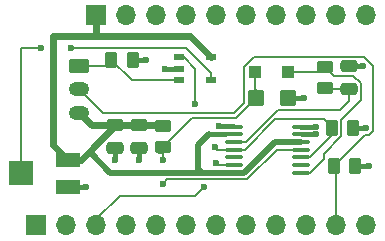
<source format=gbr>
%TF.GenerationSoftware,KiCad,Pcbnew,9.0.0*%
%TF.CreationDate,2025-04-10T19:53:04-06:00*%
%TF.ProjectId,WakeCircuit,57616b65-4369-4726-9375-69742e6b6963,rev?*%
%TF.SameCoordinates,Original*%
%TF.FileFunction,Copper,L1,Top*%
%TF.FilePolarity,Positive*%
%FSLAX46Y46*%
G04 Gerber Fmt 4.6, Leading zero omitted, Abs format (unit mm)*
G04 Created by KiCad (PCBNEW 9.0.0) date 2025-04-10 19:53:04*
%MOMM*%
%LPD*%
G01*
G04 APERTURE LIST*
G04 Aperture macros list*
%AMRoundRect*
0 Rectangle with rounded corners*
0 $1 Rounding radius*
0 $2 $3 $4 $5 $6 $7 $8 $9 X,Y pos of 4 corners*
0 Add a 4 corners polygon primitive as box body*
4,1,4,$2,$3,$4,$5,$6,$7,$8,$9,$2,$3,0*
0 Add four circle primitives for the rounded corners*
1,1,$1+$1,$2,$3*
1,1,$1+$1,$4,$5*
1,1,$1+$1,$6,$7*
1,1,$1+$1,$8,$9*
0 Add four rect primitives between the rounded corners*
20,1,$1+$1,$2,$3,$4,$5,0*
20,1,$1+$1,$4,$5,$6,$7,0*
20,1,$1+$1,$6,$7,$8,$9,0*
20,1,$1+$1,$8,$9,$2,$3,0*%
G04 Aperture macros list end*
%TA.AperFunction,SMDPad,CuDef*%
%ADD10R,2.000000X1.300000*%
%TD*%
%TA.AperFunction,SMDPad,CuDef*%
%ADD11R,2.000000X2.000000*%
%TD*%
%TA.AperFunction,SMDPad,CuDef*%
%ADD12RoundRect,0.250000X-0.450000X-0.425000X0.450000X-0.425000X0.450000X0.425000X-0.450000X0.425000X0*%
%TD*%
%TA.AperFunction,SMDPad,CuDef*%
%ADD13RoundRect,0.250000X-0.475000X0.250000X-0.475000X-0.250000X0.475000X-0.250000X0.475000X0.250000X0*%
%TD*%
%TA.AperFunction,SMDPad,CuDef*%
%ADD14RoundRect,0.250000X0.450000X-0.262500X0.450000X0.262500X-0.450000X0.262500X-0.450000X-0.262500X0*%
%TD*%
%TA.AperFunction,SMDPad,CuDef*%
%ADD15RoundRect,0.250000X0.300000X0.300000X-0.300000X0.300000X-0.300000X-0.300000X0.300000X-0.300000X0*%
%TD*%
%TA.AperFunction,SMDPad,CuDef*%
%ADD16RoundRect,0.250000X0.262500X0.450000X-0.262500X0.450000X-0.262500X-0.450000X0.262500X-0.450000X0*%
%TD*%
%TA.AperFunction,SMDPad,CuDef*%
%ADD17RoundRect,0.250000X0.475000X-0.250000X0.475000X0.250000X-0.475000X0.250000X-0.475000X-0.250000X0*%
%TD*%
%TA.AperFunction,SMDPad,CuDef*%
%ADD18RoundRect,0.250000X-0.262500X-0.450000X0.262500X-0.450000X0.262500X0.450000X-0.262500X0.450000X0*%
%TD*%
%TA.AperFunction,SMDPad,CuDef*%
%ADD19RoundRect,0.100000X0.637500X0.100000X-0.637500X0.100000X-0.637500X-0.100000X0.637500X-0.100000X0*%
%TD*%
%TA.AperFunction,ComponentPad*%
%ADD20R,1.700000X1.700000*%
%TD*%
%TA.AperFunction,ComponentPad*%
%ADD21O,1.700000X1.700000*%
%TD*%
%TA.AperFunction,SMDPad,CuDef*%
%ADD22R,0.972299X0.508000*%
%TD*%
%TA.AperFunction,ComponentPad*%
%ADD23RoundRect,0.250000X-0.625000X0.350000X-0.625000X-0.350000X0.625000X-0.350000X0.625000X0.350000X0*%
%TD*%
%TA.AperFunction,ComponentPad*%
%ADD24O,1.750000X1.200000*%
%TD*%
%TA.AperFunction,ViaPad*%
%ADD25C,0.600000*%
%TD*%
%TA.AperFunction,Conductor*%
%ADD26C,0.200000*%
%TD*%
%TA.AperFunction,Conductor*%
%ADD27C,0.400000*%
%TD*%
%TA.AperFunction,Conductor*%
%ADD28C,0.600000*%
%TD*%
%TA.AperFunction,Conductor*%
%ADD29C,0.500000*%
%TD*%
G04 APERTURE END LIST*
D10*
%TO.P,RV1,1,1*%
%TO.N,+3V3*%
X97266702Y-110708604D03*
D11*
%TO.P,RV1,2,2*%
%TO.N,Net-(U1-IN-)*%
X93266702Y-111858604D03*
D10*
%TO.P,RV1,3,3*%
%TO.N,GND*%
X97266702Y-113008604D03*
%TD*%
D12*
%TO.P,C2,1*%
%TO.N,Net-(D1-A)*%
X113150000Y-105500000D03*
%TO.P,C2,2*%
%TO.N,GND*%
X115850000Y-105500000D03*
%TD*%
D13*
%TO.P,C3,1*%
%TO.N,+3V3*%
X103250000Y-107800000D03*
%TO.P,C3,2*%
%TO.N,GND*%
X103250000Y-109700000D03*
%TD*%
D14*
%TO.P,R2,1*%
%TO.N,Net-(D1-A)*%
X105250000Y-109662500D03*
%TO.P,R2,2*%
%TO.N,+3V3*%
X105250000Y-107837500D03*
%TD*%
D15*
%TO.P,D1,1,K*%
%TO.N,Net-(D1-K)*%
X115900000Y-103250000D03*
%TO.P,D1,2,A*%
%TO.N,Net-(D1-A)*%
X113100000Y-103250000D03*
%TD*%
D16*
%TO.P,R1,1*%
%TO.N,GND*%
X102750000Y-102250000D03*
%TO.P,R1,2*%
%TO.N,LDR_SIG*%
X100925000Y-102250000D03*
%TD*%
D17*
%TO.P,C4,1*%
%TO.N,GND*%
X101250000Y-109700000D03*
%TO.P,C4,2*%
%TO.N,+3V3*%
X101250000Y-107800000D03*
%TD*%
D18*
%TO.P,R5,1*%
%TO.N,GPIO_1*%
X119750000Y-111250000D03*
%TO.P,R5,2*%
%TO.N,GND*%
X121575000Y-111250000D03*
%TD*%
D19*
%TO.P,U3,1,Q*%
%TO.N,Net-(D1-K)*%
X117000000Y-111800000D03*
%TO.P,U3,2,~{Q}*%
%TO.N,unconnected-(U3A-~{Q}-Pad2)*%
X117000000Y-111150000D03*
%TO.P,U3,3,C*%
%TO.N,Net-(U1-OUT)*%
X117000000Y-110500000D03*
%TO.P,U3,4,R*%
%TO.N,Net-(D1-A)*%
X117000000Y-109850000D03*
%TO.P,U3,5,D*%
%TO.N,+3V3*%
X117000000Y-109200000D03*
%TO.P,U3,6,S*%
%TO.N,GND*%
X117000000Y-108550000D03*
%TO.P,U3,7,VSS*%
X117000000Y-107900000D03*
%TO.P,U3,8,S*%
X111275000Y-107900000D03*
%TO.P,U3,9,D*%
%TO.N,+3V3*%
X111275000Y-108550000D03*
%TO.P,U3,10,R*%
%TO.N,Net-(U3B-R)*%
X111275000Y-109200000D03*
%TO.P,U3,11,C*%
%TO.N,Net-(U1-OUT)*%
X111275000Y-109850000D03*
%TO.P,U3,12,~{Q}*%
%TO.N,unconnected-(U3B-~{Q}-Pad12)*%
X111275000Y-110500000D03*
%TO.P,U3,13,Q*%
%TO.N,GPIO_5*%
X111275000Y-111150000D03*
%TO.P,U3,14,VDD*%
%TO.N,+3V3*%
X111275000Y-111800000D03*
%TD*%
D20*
%TO.P,J2,1,Pin_1*%
%TO.N,+3V3*%
X99600000Y-98475000D03*
D21*
%TO.P,J2,2,Pin_2*%
%TO.N,unconnected-(J2-Pin_2-Pad2)*%
X102140000Y-98475000D03*
%TO.P,J2,3,Pin_3*%
%TO.N,unconnected-(J2-Pin_3-Pad3)*%
X104680000Y-98475000D03*
%TO.P,J2,4,Pin_4*%
%TO.N,unconnected-(J2-Pin_4-Pad4)*%
X107220000Y-98475000D03*
%TO.P,J2,5,Pin_5*%
%TO.N,unconnected-(J2-Pin_5-Pad5)*%
X109760000Y-98475000D03*
%TO.P,J2,6,Pin_6*%
%TO.N,GND*%
X112300000Y-98475000D03*
%TO.P,J2,7,Pin_7*%
%TO.N,unconnected-(J2-Pin_7-Pad7)*%
X114840000Y-98475000D03*
%TO.P,J2,8,Pin_8*%
%TO.N,unconnected-(J2-Pin_8-Pad8)*%
X117380000Y-98475000D03*
%TO.P,J2,9,Pin_9*%
%TO.N,unconnected-(J2-Pin_9-Pad9)*%
X119920000Y-98475000D03*
%TO.P,J2,10,Pin_10*%
%TO.N,GND*%
X122460000Y-98475000D03*
%TD*%
D14*
%TO.P,R4,1*%
%TO.N,Net-(U3B-R)*%
X119000000Y-104662500D03*
%TO.P,R4,2*%
%TO.N,Net-(D1-K)*%
X119000000Y-102837500D03*
%TD*%
D20*
%TO.P,J1,1,Pin_1*%
%TO.N,GND*%
X94550000Y-116250000D03*
D21*
%TO.P,J1,2,Pin_2*%
%TO.N,unconnected-(J1-Pin_2-Pad2)*%
X97090000Y-116250000D03*
%TO.P,J1,3,Pin_3*%
%TO.N,GPIO_5*%
X99630000Y-116250000D03*
%TO.P,J1,4,Pin_4*%
%TO.N,unconnected-(J1-Pin_4-Pad4)*%
X102170000Y-116250000D03*
%TO.P,J1,5,Pin_5*%
%TO.N,unconnected-(J1-Pin_5-Pad5)*%
X104710000Y-116250000D03*
%TO.P,J1,6,Pin_6*%
%TO.N,unconnected-(J1-Pin_6-Pad6)*%
X107250000Y-116250000D03*
%TO.P,J1,7,Pin_7*%
%TO.N,unconnected-(J1-Pin_7-Pad7)*%
X109790000Y-116250000D03*
%TO.P,J1,8,Pin_8*%
%TO.N,unconnected-(J1-Pin_8-Pad8)*%
X112330000Y-116250000D03*
%TO.P,J1,9,Pin_9*%
%TO.N,GND*%
X114870000Y-116250000D03*
%TO.P,J1,10,Pin_10*%
%TO.N,unconnected-(J1-Pin_10-Pad10)*%
X117410000Y-116250000D03*
%TO.P,J1,11,Pin_11*%
%TO.N,GPIO_1*%
X119950000Y-116250000D03*
%TO.P,J1,12,Pin_12*%
%TO.N,unconnected-(J1-Pin_12-Pad12)*%
X122490000Y-116250000D03*
%TD*%
D22*
%TO.P,U1,1,OUT*%
%TO.N,Net-(U1-OUT)*%
X106637549Y-102050040D03*
%TO.P,U1,2,VEE*%
%TO.N,GND*%
X106637549Y-103000000D03*
%TO.P,U1,3,IN+*%
%TO.N,LDR_SIG*%
X106637549Y-103949960D03*
%TO.P,U1,4,IN-*%
%TO.N,Net-(U1-IN-)*%
X109362451Y-103949960D03*
%TO.P,U1,5,VCC*%
%TO.N,+3V3*%
X109362451Y-102050040D03*
%TD*%
D23*
%TO.P,J4,1,Pin_1*%
%TO.N,LDR_SIG*%
X98200000Y-102750000D03*
D24*
%TO.P,J4,2,Pin_2*%
%TO.N,GPIO_1*%
X98200000Y-104750000D03*
%TO.P,J4,3,Pin_3*%
%TO.N,+3V3*%
X98200000Y-106750000D03*
%TD*%
D18*
%TO.P,R3,1*%
%TO.N,Net-(U1-OUT)*%
X119587500Y-108000000D03*
%TO.P,R3,2*%
%TO.N,GND*%
X121412500Y-108000000D03*
%TD*%
D17*
%TO.P,C1,1*%
%TO.N,Net-(U3B-R)*%
X121000000Y-104700000D03*
%TO.P,C1,2*%
%TO.N,GND*%
X121000000Y-102800000D03*
%TD*%
D25*
%TO.N,GND*%
X103837500Y-102250000D03*
X110000000Y-107850000D03*
X122500000Y-108000000D03*
X101250000Y-110750000D03*
X103250000Y-110750000D03*
X98750000Y-113000000D03*
X105500000Y-103000000D03*
X117250000Y-105500000D03*
X122250000Y-102750000D03*
X118250000Y-107900000D03*
X118250000Y-108500000D03*
X122750000Y-111250000D03*
%TO.N,Net-(U1-IN-)*%
X95000000Y-101250000D03*
X97500000Y-101250000D03*
%TO.N,Net-(D1-A)*%
X105250000Y-110750000D03*
X105250000Y-112750000D03*
%TO.N,GPIO_5*%
X109750000Y-111000000D03*
X108750000Y-113000000D03*
%TO.N,Net-(U1-OUT)*%
X108000000Y-106000000D03*
X109668626Y-109636971D03*
%TD*%
D26*
%TO.N,GPIO_1*%
X122748943Y-108601000D02*
X122399000Y-108601000D01*
X112964840Y-101999000D02*
X122348943Y-101999000D01*
X123101000Y-102751057D02*
X123101000Y-108248943D01*
X119950000Y-111450000D02*
X119750000Y-111250000D01*
X112149000Y-105933900D02*
X112149000Y-102814840D01*
X119950000Y-116250000D02*
X119950000Y-111450000D01*
X100200000Y-106750000D02*
X111332900Y-106750000D01*
X122399000Y-108601000D02*
X119750000Y-111250000D01*
X98000000Y-104750000D02*
X97587500Y-104750000D01*
X123101000Y-108248943D02*
X122748943Y-108601000D01*
X98200000Y-104750000D02*
X100200000Y-106750000D01*
X112149000Y-102814840D02*
X112964840Y-101999000D01*
X122348943Y-101999000D02*
X123101000Y-102751057D01*
X111332900Y-106750000D02*
X112149000Y-105933900D01*
D27*
%TO.N,GND*%
X118250000Y-108500000D02*
X117050000Y-108500000D01*
X101250000Y-110750000D02*
X101250000Y-109700000D01*
X118250000Y-107900000D02*
X117000000Y-107900000D01*
X117250000Y-105500000D02*
X115850000Y-105500000D01*
D26*
X111175000Y-108000000D02*
X111275000Y-107900000D01*
D27*
X105500000Y-103000000D02*
X106637549Y-103000000D01*
X122500000Y-108000000D02*
X121412500Y-108000000D01*
D26*
X117050000Y-108500000D02*
X117000000Y-108550000D01*
D27*
X122750000Y-111250000D02*
X121575000Y-111250000D01*
D26*
X121050000Y-102750000D02*
X121000000Y-102800000D01*
D27*
X122250000Y-102750000D02*
X121050000Y-102750000D01*
X103837500Y-102250000D02*
X102750000Y-102250000D01*
D28*
X101000000Y-109887500D02*
X100950000Y-109837500D01*
D26*
X111225000Y-107850000D02*
X111275000Y-107900000D01*
X98741396Y-113008604D02*
X98750000Y-113000000D01*
X117050000Y-107850000D02*
X117000000Y-107900000D01*
D27*
X103250000Y-110750000D02*
X103250000Y-109700000D01*
X110000000Y-107850000D02*
X111225000Y-107850000D01*
X97266702Y-113008604D02*
X98741396Y-113008604D01*
D28*
%TO.N,+3V3*%
X99600000Y-98475000D02*
X99600000Y-100250000D01*
X107562411Y-100250000D02*
X109362451Y-102050040D01*
X98341396Y-110708604D02*
X99250000Y-109800000D01*
X99250000Y-107800000D02*
X101250000Y-107800000D01*
D29*
X108250000Y-111500000D02*
X108250000Y-109500000D01*
D28*
X98200000Y-106750000D02*
X99250000Y-107800000D01*
X97266702Y-110708604D02*
X98341396Y-110708604D01*
D26*
X111275000Y-108550000D02*
X110537501Y-108550000D01*
D28*
X99250000Y-109800000D02*
X101250000Y-107800000D01*
D29*
X112187500Y-111800000D02*
X114787500Y-109200000D01*
D28*
X99600000Y-100250000D02*
X107562411Y-100250000D01*
D29*
X111275000Y-111800000D02*
X108550000Y-111800000D01*
D28*
X96000000Y-100250000D02*
X96000000Y-109441902D01*
D27*
X109200000Y-108550000D02*
X110537501Y-108550000D01*
D29*
X108250000Y-109500000D02*
X109200000Y-108550000D01*
D28*
X105212500Y-107800000D02*
X105250000Y-107837500D01*
X101250000Y-107800000D02*
X103250000Y-107800000D01*
D29*
X100800000Y-111800000D02*
X99250000Y-110250000D01*
X99250000Y-110250000D02*
X99250000Y-109800000D01*
X108550000Y-111800000D02*
X108250000Y-111500000D01*
X114787500Y-109200000D02*
X117000000Y-109200000D01*
D28*
X99600000Y-100250000D02*
X96000000Y-100250000D01*
X96000000Y-109441902D02*
X97266702Y-110708604D01*
D29*
X111275000Y-111800000D02*
X100800000Y-111800000D01*
X111275000Y-111800000D02*
X112187500Y-111800000D01*
D28*
X103250000Y-107800000D02*
X105212500Y-107800000D01*
D26*
%TO.N,Net-(U1-IN-)*%
X109362451Y-103949960D02*
X109362451Y-103362451D01*
X93266702Y-101766702D02*
X93266702Y-111858604D01*
X93250000Y-101250000D02*
X93250000Y-101750000D01*
X109362451Y-103362451D02*
X107250000Y-101250000D01*
X107250000Y-101250000D02*
X97500000Y-101250000D01*
X93250000Y-101250000D02*
X95000000Y-101250000D01*
X93250000Y-101750000D02*
X93266702Y-101766702D01*
%TO.N,Net-(U3B-R)*%
X120274000Y-106476000D02*
X121000000Y-105750000D01*
X121000000Y-104700000D02*
X119037500Y-104700000D01*
X121000000Y-105750000D02*
X121000000Y-104700000D01*
X112287500Y-109200000D02*
X115011500Y-106476000D01*
X111275000Y-109200000D02*
X112287500Y-109200000D01*
X119037500Y-104700000D02*
X119000000Y-104662500D01*
X115011500Y-106476000D02*
X120274000Y-106476000D01*
%TO.N,Net-(D1-A)*%
X112415732Y-112351000D02*
X105649000Y-112351000D01*
X113150000Y-105500000D02*
X111499500Y-107150500D01*
X105250000Y-109662500D02*
X107761500Y-107151000D01*
D28*
X104962500Y-109887500D02*
X105000000Y-109925000D01*
D26*
X117000000Y-109850000D02*
X114916732Y-109850000D01*
X105250000Y-110750000D02*
X105250000Y-109662500D01*
X113400000Y-105049943D02*
X113100000Y-104749943D01*
X114916732Y-109850000D02*
X112415732Y-112351000D01*
X116262501Y-109850000D02*
X117000000Y-109850000D01*
X105649000Y-112351000D02*
X105250000Y-112750000D01*
X111499000Y-107151000D02*
X111499500Y-107150500D01*
X107761500Y-107151000D02*
X111499000Y-107151000D01*
X113100000Y-104749943D02*
X113100000Y-103250000D01*
%TO.N,Net-(D1-K)*%
X121412160Y-103601000D02*
X119763500Y-103601000D01*
X120401000Y-108685160D02*
X120401000Y-107314840D01*
X118902300Y-110183860D02*
X120401000Y-108685160D01*
X117737499Y-111800000D02*
X118902300Y-110635199D01*
X118587500Y-103250000D02*
X119000000Y-102837500D01*
X118902300Y-110635199D02*
X118902300Y-110183860D01*
X122026000Y-104214840D02*
X121412160Y-103601000D01*
X122026000Y-105689840D02*
X122026000Y-104214840D01*
X115900000Y-103250000D02*
X118587500Y-103250000D01*
X120401000Y-107314840D02*
X122026000Y-105689840D01*
X119763500Y-103601000D02*
X119000000Y-102837500D01*
X117000000Y-111800000D02*
X117737499Y-111800000D01*
%TO.N,GPIO_5*%
X101630000Y-113750000D02*
X99630000Y-115750000D01*
X109900000Y-111150000D02*
X109750000Y-111000000D01*
X108750000Y-113000000D02*
X108000000Y-113750000D01*
X111275000Y-111150000D02*
X111176000Y-111249000D01*
X111275000Y-111150000D02*
X109900000Y-111150000D01*
X108000000Y-113750000D02*
X101630000Y-113750000D01*
%TO.N,Net-(U1-OUT)*%
X119587500Y-107950057D02*
X118886443Y-107249000D01*
X106637549Y-102050040D02*
X107029738Y-102050040D01*
X107029738Y-102050040D02*
X108000000Y-103020302D01*
X119587500Y-108000000D02*
X119587500Y-107950057D01*
X109850000Y-109850000D02*
X109750000Y-109750000D01*
X118886443Y-107249000D02*
X114805600Y-107249000D01*
X119587500Y-108000000D02*
X119587500Y-108649999D01*
X114805600Y-107249000D02*
X112204600Y-109850000D01*
X117737499Y-110500000D02*
X117000000Y-110500000D01*
X119587500Y-108649999D02*
X117737499Y-110500000D01*
X116262501Y-110500000D02*
X117000000Y-110500000D01*
X108000000Y-103020302D02*
X108000000Y-106000000D01*
X112204600Y-109850000D02*
X111275000Y-109850000D01*
X111275000Y-109850000D02*
X109850000Y-109850000D01*
%TO.N,LDR_SIG*%
X100425000Y-102750000D02*
X100925000Y-102250000D01*
X100925000Y-102250000D02*
X102624960Y-103949960D01*
X98200000Y-102750000D02*
X101337500Y-102750000D01*
X102624960Y-103949960D02*
X106637549Y-103949960D01*
%TD*%
M02*

</source>
